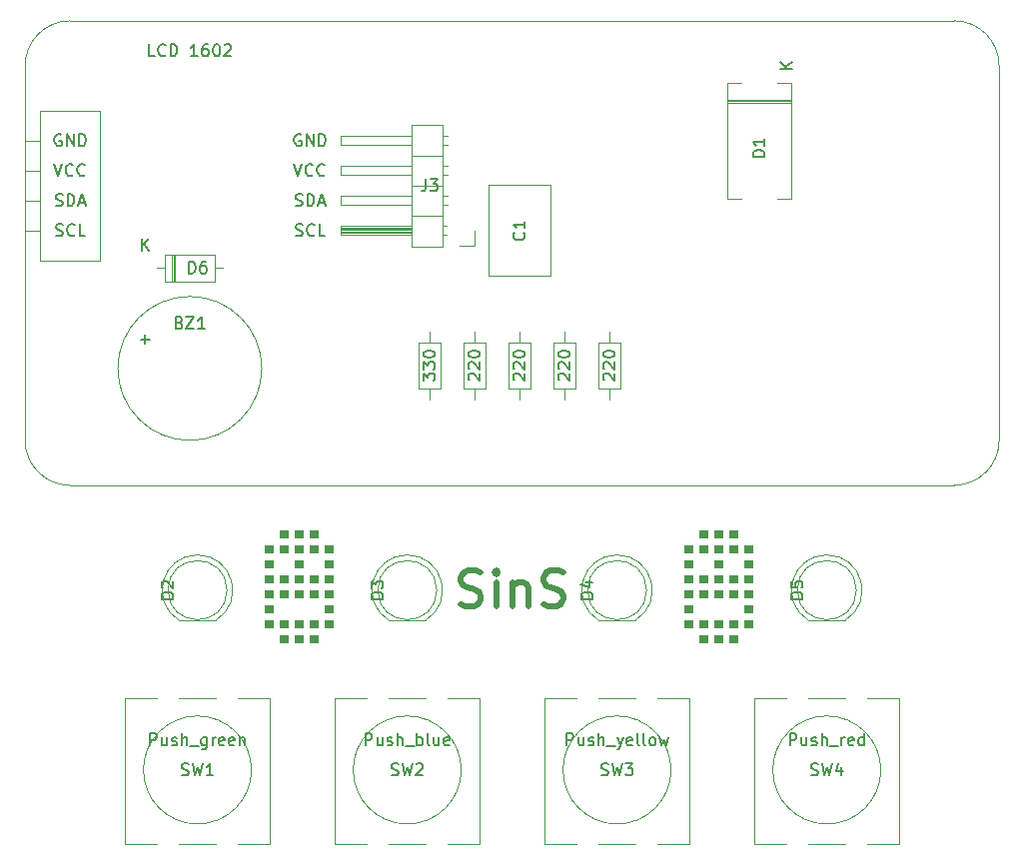
<source format=gbr>
G04 #@! TF.GenerationSoftware,KiCad,Pcbnew,5.1.4+dfsg1-1~bpo10+1*
G04 #@! TF.CreationDate,2020-06-27T23:46:46+02:00*
G04 #@! TF.ProjectId,SinS,53696e53-2e6b-4696-9361-645f70636258,rev?*
G04 #@! TF.SameCoordinates,Original*
G04 #@! TF.FileFunction,Legend,Top*
G04 #@! TF.FilePolarity,Positive*
%FSLAX46Y46*%
G04 Gerber Fmt 4.6, Leading zero omitted, Abs format (unit mm)*
G04 Created by KiCad (PCBNEW 5.1.4+dfsg1-1~bpo10+1) date 2020-06-27 23:46:46*
%MOMM*%
%LPD*%
G04 APERTURE LIST*
%ADD10C,0.150000*%
%ADD11C,0.500000*%
%ADD12C,0.100000*%
%ADD13C,0.120000*%
G04 APERTURE END LIST*
D10*
X76279523Y-85494761D02*
X76422380Y-85542380D01*
X76660476Y-85542380D01*
X76755714Y-85494761D01*
X76803333Y-85447142D01*
X76850952Y-85351904D01*
X76850952Y-85256666D01*
X76803333Y-85161428D01*
X76755714Y-85113809D01*
X76660476Y-85066190D01*
X76470000Y-85018571D01*
X76374761Y-84970952D01*
X76327142Y-84923333D01*
X76279523Y-84828095D01*
X76279523Y-84732857D01*
X76327142Y-84637619D01*
X76374761Y-84590000D01*
X76470000Y-84542380D01*
X76708095Y-84542380D01*
X76850952Y-84590000D01*
X77850952Y-85447142D02*
X77803333Y-85494761D01*
X77660476Y-85542380D01*
X77565238Y-85542380D01*
X77422380Y-85494761D01*
X77327142Y-85399523D01*
X77279523Y-85304285D01*
X77231904Y-85113809D01*
X77231904Y-84970952D01*
X77279523Y-84780476D01*
X77327142Y-84685238D01*
X77422380Y-84590000D01*
X77565238Y-84542380D01*
X77660476Y-84542380D01*
X77803333Y-84590000D01*
X77850952Y-84637619D01*
X78755714Y-85542380D02*
X78279523Y-85542380D01*
X78279523Y-84542380D01*
X76255714Y-82954761D02*
X76398571Y-83002380D01*
X76636666Y-83002380D01*
X76731904Y-82954761D01*
X76779523Y-82907142D01*
X76827142Y-82811904D01*
X76827142Y-82716666D01*
X76779523Y-82621428D01*
X76731904Y-82573809D01*
X76636666Y-82526190D01*
X76446190Y-82478571D01*
X76350952Y-82430952D01*
X76303333Y-82383333D01*
X76255714Y-82288095D01*
X76255714Y-82192857D01*
X76303333Y-82097619D01*
X76350952Y-82050000D01*
X76446190Y-82002380D01*
X76684285Y-82002380D01*
X76827142Y-82050000D01*
X77255714Y-83002380D02*
X77255714Y-82002380D01*
X77493809Y-82002380D01*
X77636666Y-82050000D01*
X77731904Y-82145238D01*
X77779523Y-82240476D01*
X77827142Y-82430952D01*
X77827142Y-82573809D01*
X77779523Y-82764285D01*
X77731904Y-82859523D01*
X77636666Y-82954761D01*
X77493809Y-83002380D01*
X77255714Y-83002380D01*
X78208095Y-82716666D02*
X78684285Y-82716666D01*
X78112857Y-83002380D02*
X78446190Y-82002380D01*
X78779523Y-83002380D01*
X76136666Y-79462380D02*
X76470000Y-80462380D01*
X76803333Y-79462380D01*
X77708095Y-80367142D02*
X77660476Y-80414761D01*
X77517619Y-80462380D01*
X77422380Y-80462380D01*
X77279523Y-80414761D01*
X77184285Y-80319523D01*
X77136666Y-80224285D01*
X77089047Y-80033809D01*
X77089047Y-79890952D01*
X77136666Y-79700476D01*
X77184285Y-79605238D01*
X77279523Y-79510000D01*
X77422380Y-79462380D01*
X77517619Y-79462380D01*
X77660476Y-79510000D01*
X77708095Y-79557619D01*
X78708095Y-80367142D02*
X78660476Y-80414761D01*
X78517619Y-80462380D01*
X78422380Y-80462380D01*
X78279523Y-80414761D01*
X78184285Y-80319523D01*
X78136666Y-80224285D01*
X78089047Y-80033809D01*
X78089047Y-79890952D01*
X78136666Y-79700476D01*
X78184285Y-79605238D01*
X78279523Y-79510000D01*
X78422380Y-79462380D01*
X78517619Y-79462380D01*
X78660476Y-79510000D01*
X78708095Y-79557619D01*
X76708095Y-76970000D02*
X76612857Y-76922380D01*
X76470000Y-76922380D01*
X76327142Y-76970000D01*
X76231904Y-77065238D01*
X76184285Y-77160476D01*
X76136666Y-77350952D01*
X76136666Y-77493809D01*
X76184285Y-77684285D01*
X76231904Y-77779523D01*
X76327142Y-77874761D01*
X76470000Y-77922380D01*
X76565238Y-77922380D01*
X76708095Y-77874761D01*
X76755714Y-77827142D01*
X76755714Y-77493809D01*
X76565238Y-77493809D01*
X77184285Y-77922380D02*
X77184285Y-76922380D01*
X77755714Y-77922380D01*
X77755714Y-76922380D01*
X78231904Y-77922380D02*
X78231904Y-76922380D01*
X78470000Y-76922380D01*
X78612857Y-76970000D01*
X78708095Y-77065238D01*
X78755714Y-77160476D01*
X78803333Y-77350952D01*
X78803333Y-77493809D01*
X78755714Y-77684285D01*
X78708095Y-77779523D01*
X78612857Y-77874761D01*
X78470000Y-77922380D01*
X78231904Y-77922380D01*
D11*
X90257857Y-116784285D02*
X90686428Y-116927142D01*
X91400714Y-116927142D01*
X91686428Y-116784285D01*
X91829285Y-116641428D01*
X91972142Y-116355714D01*
X91972142Y-116070000D01*
X91829285Y-115784285D01*
X91686428Y-115641428D01*
X91400714Y-115498571D01*
X90829285Y-115355714D01*
X90543571Y-115212857D01*
X90400714Y-115070000D01*
X90257857Y-114784285D01*
X90257857Y-114498571D01*
X90400714Y-114212857D01*
X90543571Y-114070000D01*
X90829285Y-113927142D01*
X91543571Y-113927142D01*
X91972142Y-114070000D01*
X93257857Y-116927142D02*
X93257857Y-114927142D01*
X93257857Y-113927142D02*
X93115000Y-114070000D01*
X93257857Y-114212857D01*
X93400714Y-114070000D01*
X93257857Y-113927142D01*
X93257857Y-114212857D01*
X94686428Y-114927142D02*
X94686428Y-116927142D01*
X94686428Y-115212857D02*
X94829285Y-115070000D01*
X95115000Y-114927142D01*
X95543571Y-114927142D01*
X95829285Y-115070000D01*
X95972142Y-115355714D01*
X95972142Y-116927142D01*
X97257857Y-116784285D02*
X97686428Y-116927142D01*
X98400714Y-116927142D01*
X98686428Y-116784285D01*
X98829285Y-116641428D01*
X98972142Y-116355714D01*
X98972142Y-116070000D01*
X98829285Y-115784285D01*
X98686428Y-115641428D01*
X98400714Y-115498571D01*
X97829285Y-115355714D01*
X97543571Y-115212857D01*
X97400714Y-115070000D01*
X97257857Y-114784285D01*
X97257857Y-114498571D01*
X97400714Y-114212857D01*
X97543571Y-114070000D01*
X97829285Y-113927142D01*
X98543571Y-113927142D01*
X98972142Y-114070000D01*
D12*
G36*
X111125000Y-112395000D02*
G01*
X110490000Y-112395000D01*
X110490000Y-111760000D01*
X111125000Y-111760000D01*
X111125000Y-112395000D01*
G37*
X111125000Y-112395000D02*
X110490000Y-112395000D01*
X110490000Y-111760000D01*
X111125000Y-111760000D01*
X111125000Y-112395000D01*
G36*
X113665000Y-120015000D02*
G01*
X113030000Y-120015000D01*
X113030000Y-119380000D01*
X113665000Y-119380000D01*
X113665000Y-120015000D01*
G37*
X113665000Y-120015000D02*
X113030000Y-120015000D01*
X113030000Y-119380000D01*
X113665000Y-119380000D01*
X113665000Y-120015000D01*
G36*
X111125000Y-116205000D02*
G01*
X110490000Y-116205000D01*
X110490000Y-115570000D01*
X111125000Y-115570000D01*
X111125000Y-116205000D01*
G37*
X111125000Y-116205000D02*
X110490000Y-116205000D01*
X110490000Y-115570000D01*
X111125000Y-115570000D01*
X111125000Y-116205000D01*
G36*
X109855000Y-112395000D02*
G01*
X109220000Y-112395000D01*
X109220000Y-111760000D01*
X109855000Y-111760000D01*
X109855000Y-112395000D01*
G37*
X109855000Y-112395000D02*
X109220000Y-112395000D01*
X109220000Y-111760000D01*
X109855000Y-111760000D01*
X109855000Y-112395000D01*
G36*
X114935000Y-116205000D02*
G01*
X114300000Y-116205000D01*
X114300000Y-115570000D01*
X114935000Y-115570000D01*
X114935000Y-116205000D01*
G37*
X114935000Y-116205000D02*
X114300000Y-116205000D01*
X114300000Y-115570000D01*
X114935000Y-115570000D01*
X114935000Y-116205000D01*
G36*
X109855000Y-117475000D02*
G01*
X109220000Y-117475000D01*
X109220000Y-116840000D01*
X109855000Y-116840000D01*
X109855000Y-117475000D01*
G37*
X109855000Y-117475000D02*
X109220000Y-117475000D01*
X109220000Y-116840000D01*
X109855000Y-116840000D01*
X109855000Y-117475000D01*
G36*
X113665000Y-111125000D02*
G01*
X113030000Y-111125000D01*
X113030000Y-110490000D01*
X113665000Y-110490000D01*
X113665000Y-111125000D01*
G37*
X113665000Y-111125000D02*
X113030000Y-111125000D01*
X113030000Y-110490000D01*
X113665000Y-110490000D01*
X113665000Y-111125000D01*
G36*
X109855000Y-118745000D02*
G01*
X109220000Y-118745000D01*
X109220000Y-118110000D01*
X109855000Y-118110000D01*
X109855000Y-118745000D01*
G37*
X109855000Y-118745000D02*
X109220000Y-118745000D01*
X109220000Y-118110000D01*
X109855000Y-118110000D01*
X109855000Y-118745000D01*
G36*
X113665000Y-116205000D02*
G01*
X113030000Y-116205000D01*
X113030000Y-115570000D01*
X113665000Y-115570000D01*
X113665000Y-116205000D01*
G37*
X113665000Y-116205000D02*
X113030000Y-116205000D01*
X113030000Y-115570000D01*
X113665000Y-115570000D01*
X113665000Y-116205000D01*
G36*
X113665000Y-112395000D02*
G01*
X113030000Y-112395000D01*
X113030000Y-111760000D01*
X113665000Y-111760000D01*
X113665000Y-112395000D01*
G37*
X113665000Y-112395000D02*
X113030000Y-112395000D01*
X113030000Y-111760000D01*
X113665000Y-111760000D01*
X113665000Y-112395000D01*
G36*
X112395000Y-113665000D02*
G01*
X111760000Y-113665000D01*
X111760000Y-113030000D01*
X112395000Y-113030000D01*
X112395000Y-113665000D01*
G37*
X112395000Y-113665000D02*
X111760000Y-113665000D01*
X111760000Y-113030000D01*
X112395000Y-113030000D01*
X112395000Y-113665000D01*
G36*
X111125000Y-111125000D02*
G01*
X110490000Y-111125000D01*
X110490000Y-110490000D01*
X111125000Y-110490000D01*
X111125000Y-111125000D01*
G37*
X111125000Y-111125000D02*
X110490000Y-111125000D01*
X110490000Y-110490000D01*
X111125000Y-110490000D01*
X111125000Y-111125000D01*
G36*
X111125000Y-114935000D02*
G01*
X110490000Y-114935000D01*
X110490000Y-114300000D01*
X111125000Y-114300000D01*
X111125000Y-114935000D01*
G37*
X111125000Y-114935000D02*
X110490000Y-114935000D01*
X110490000Y-114300000D01*
X111125000Y-114300000D01*
X111125000Y-114935000D01*
G36*
X112395000Y-120015000D02*
G01*
X111760000Y-120015000D01*
X111760000Y-119380000D01*
X112395000Y-119380000D01*
X112395000Y-120015000D01*
G37*
X112395000Y-120015000D02*
X111760000Y-120015000D01*
X111760000Y-119380000D01*
X112395000Y-119380000D01*
X112395000Y-120015000D01*
G36*
X114935000Y-117475000D02*
G01*
X114300000Y-117475000D01*
X114300000Y-116840000D01*
X114935000Y-116840000D01*
X114935000Y-117475000D01*
G37*
X114935000Y-117475000D02*
X114300000Y-117475000D01*
X114300000Y-116840000D01*
X114935000Y-116840000D01*
X114935000Y-117475000D01*
G36*
X111125000Y-118745000D02*
G01*
X110490000Y-118745000D01*
X110490000Y-118110000D01*
X111125000Y-118110000D01*
X111125000Y-118745000D01*
G37*
X111125000Y-118745000D02*
X110490000Y-118745000D01*
X110490000Y-118110000D01*
X111125000Y-118110000D01*
X111125000Y-118745000D01*
G36*
X112395000Y-111125000D02*
G01*
X111760000Y-111125000D01*
X111760000Y-110490000D01*
X112395000Y-110490000D01*
X112395000Y-111125000D01*
G37*
X112395000Y-111125000D02*
X111760000Y-111125000D01*
X111760000Y-110490000D01*
X112395000Y-110490000D01*
X112395000Y-111125000D01*
G36*
X114935000Y-113665000D02*
G01*
X114300000Y-113665000D01*
X114300000Y-113030000D01*
X114935000Y-113030000D01*
X114935000Y-113665000D01*
G37*
X114935000Y-113665000D02*
X114300000Y-113665000D01*
X114300000Y-113030000D01*
X114935000Y-113030000D01*
X114935000Y-113665000D01*
G36*
X112395000Y-116205000D02*
G01*
X111760000Y-116205000D01*
X111760000Y-115570000D01*
X112395000Y-115570000D01*
X112395000Y-116205000D01*
G37*
X112395000Y-116205000D02*
X111760000Y-116205000D01*
X111760000Y-115570000D01*
X112395000Y-115570000D01*
X112395000Y-116205000D01*
G36*
X113665000Y-118745000D02*
G01*
X113030000Y-118745000D01*
X113030000Y-118110000D01*
X113665000Y-118110000D01*
X113665000Y-118745000D01*
G37*
X113665000Y-118745000D02*
X113030000Y-118745000D01*
X113030000Y-118110000D01*
X113665000Y-118110000D01*
X113665000Y-118745000D01*
G36*
X109855000Y-114935000D02*
G01*
X109220000Y-114935000D01*
X109220000Y-114300000D01*
X109855000Y-114300000D01*
X109855000Y-114935000D01*
G37*
X109855000Y-114935000D02*
X109220000Y-114935000D01*
X109220000Y-114300000D01*
X109855000Y-114300000D01*
X109855000Y-114935000D01*
G36*
X109855000Y-113665000D02*
G01*
X109220000Y-113665000D01*
X109220000Y-113030000D01*
X109855000Y-113030000D01*
X109855000Y-113665000D01*
G37*
X109855000Y-113665000D02*
X109220000Y-113665000D01*
X109220000Y-113030000D01*
X109855000Y-113030000D01*
X109855000Y-113665000D01*
G36*
X114935000Y-112395000D02*
G01*
X114300000Y-112395000D01*
X114300000Y-111760000D01*
X114935000Y-111760000D01*
X114935000Y-112395000D01*
G37*
X114935000Y-112395000D02*
X114300000Y-112395000D01*
X114300000Y-111760000D01*
X114935000Y-111760000D01*
X114935000Y-112395000D01*
G36*
X109855000Y-116205000D02*
G01*
X109220000Y-116205000D01*
X109220000Y-115570000D01*
X109855000Y-115570000D01*
X109855000Y-116205000D01*
G37*
X109855000Y-116205000D02*
X109220000Y-116205000D01*
X109220000Y-115570000D01*
X109855000Y-115570000D01*
X109855000Y-116205000D01*
G36*
X113665000Y-114935000D02*
G01*
X113030000Y-114935000D01*
X113030000Y-114300000D01*
X113665000Y-114300000D01*
X113665000Y-114935000D01*
G37*
X113665000Y-114935000D02*
X113030000Y-114935000D01*
X113030000Y-114300000D01*
X113665000Y-114300000D01*
X113665000Y-114935000D01*
G36*
X112395000Y-118745000D02*
G01*
X111760000Y-118745000D01*
X111760000Y-118110000D01*
X112395000Y-118110000D01*
X112395000Y-118745000D01*
G37*
X112395000Y-118745000D02*
X111760000Y-118745000D01*
X111760000Y-118110000D01*
X112395000Y-118110000D01*
X112395000Y-118745000D01*
G36*
X114935000Y-114935000D02*
G01*
X114300000Y-114935000D01*
X114300000Y-114300000D01*
X114935000Y-114300000D01*
X114935000Y-114935000D01*
G37*
X114935000Y-114935000D02*
X114300000Y-114935000D01*
X114300000Y-114300000D01*
X114935000Y-114300000D01*
X114935000Y-114935000D01*
G36*
X114935000Y-118745000D02*
G01*
X114300000Y-118745000D01*
X114300000Y-118110000D01*
X114935000Y-118110000D01*
X114935000Y-118745000D01*
G37*
X114935000Y-118745000D02*
X114300000Y-118745000D01*
X114300000Y-118110000D01*
X114935000Y-118110000D01*
X114935000Y-118745000D01*
G36*
X112395000Y-114935000D02*
G01*
X111760000Y-114935000D01*
X111760000Y-114300000D01*
X112395000Y-114300000D01*
X112395000Y-114935000D01*
G37*
X112395000Y-114935000D02*
X111760000Y-114935000D01*
X111760000Y-114300000D01*
X112395000Y-114300000D01*
X112395000Y-114935000D01*
G36*
X111125000Y-120015000D02*
G01*
X110490000Y-120015000D01*
X110490000Y-119380000D01*
X111125000Y-119380000D01*
X111125000Y-120015000D01*
G37*
X111125000Y-120015000D02*
X110490000Y-120015000D01*
X110490000Y-119380000D01*
X111125000Y-119380000D01*
X111125000Y-120015000D01*
G36*
X112395000Y-112395000D02*
G01*
X111760000Y-112395000D01*
X111760000Y-111760000D01*
X112395000Y-111760000D01*
X112395000Y-112395000D01*
G37*
X112395000Y-112395000D02*
X111760000Y-112395000D01*
X111760000Y-111760000D01*
X112395000Y-111760000D01*
X112395000Y-112395000D01*
G36*
X78105000Y-111125000D02*
G01*
X77470000Y-111125000D01*
X77470000Y-110490000D01*
X78105000Y-110490000D01*
X78105000Y-111125000D01*
G37*
X78105000Y-111125000D02*
X77470000Y-111125000D01*
X77470000Y-110490000D01*
X78105000Y-110490000D01*
X78105000Y-111125000D01*
G36*
X76835000Y-111125000D02*
G01*
X76200000Y-111125000D01*
X76200000Y-110490000D01*
X76835000Y-110490000D01*
X76835000Y-111125000D01*
G37*
X76835000Y-111125000D02*
X76200000Y-111125000D01*
X76200000Y-110490000D01*
X76835000Y-110490000D01*
X76835000Y-111125000D01*
G36*
X75565000Y-111125000D02*
G01*
X74930000Y-111125000D01*
X74930000Y-110490000D01*
X75565000Y-110490000D01*
X75565000Y-111125000D01*
G37*
X75565000Y-111125000D02*
X74930000Y-111125000D01*
X74930000Y-110490000D01*
X75565000Y-110490000D01*
X75565000Y-111125000D01*
G36*
X78105000Y-112395000D02*
G01*
X77470000Y-112395000D01*
X77470000Y-111760000D01*
X78105000Y-111760000D01*
X78105000Y-112395000D01*
G37*
X78105000Y-112395000D02*
X77470000Y-112395000D01*
X77470000Y-111760000D01*
X78105000Y-111760000D01*
X78105000Y-112395000D01*
G36*
X76835000Y-112395000D02*
G01*
X76200000Y-112395000D01*
X76200000Y-111760000D01*
X76835000Y-111760000D01*
X76835000Y-112395000D01*
G37*
X76835000Y-112395000D02*
X76200000Y-112395000D01*
X76200000Y-111760000D01*
X76835000Y-111760000D01*
X76835000Y-112395000D01*
G36*
X75565000Y-112395000D02*
G01*
X74930000Y-112395000D01*
X74930000Y-111760000D01*
X75565000Y-111760000D01*
X75565000Y-112395000D01*
G37*
X75565000Y-112395000D02*
X74930000Y-112395000D01*
X74930000Y-111760000D01*
X75565000Y-111760000D01*
X75565000Y-112395000D01*
G36*
X79375000Y-112395000D02*
G01*
X78740000Y-112395000D01*
X78740000Y-111760000D01*
X79375000Y-111760000D01*
X79375000Y-112395000D01*
G37*
X79375000Y-112395000D02*
X78740000Y-112395000D01*
X78740000Y-111760000D01*
X79375000Y-111760000D01*
X79375000Y-112395000D01*
G36*
X74295000Y-112395000D02*
G01*
X73660000Y-112395000D01*
X73660000Y-111760000D01*
X74295000Y-111760000D01*
X74295000Y-112395000D01*
G37*
X74295000Y-112395000D02*
X73660000Y-112395000D01*
X73660000Y-111760000D01*
X74295000Y-111760000D01*
X74295000Y-112395000D01*
G36*
X78105000Y-120015000D02*
G01*
X77470000Y-120015000D01*
X77470000Y-119380000D01*
X78105000Y-119380000D01*
X78105000Y-120015000D01*
G37*
X78105000Y-120015000D02*
X77470000Y-120015000D01*
X77470000Y-119380000D01*
X78105000Y-119380000D01*
X78105000Y-120015000D01*
G36*
X76835000Y-120015000D02*
G01*
X76200000Y-120015000D01*
X76200000Y-119380000D01*
X76835000Y-119380000D01*
X76835000Y-120015000D01*
G37*
X76835000Y-120015000D02*
X76200000Y-120015000D01*
X76200000Y-119380000D01*
X76835000Y-119380000D01*
X76835000Y-120015000D01*
G36*
X75565000Y-120015000D02*
G01*
X74930000Y-120015000D01*
X74930000Y-119380000D01*
X75565000Y-119380000D01*
X75565000Y-120015000D01*
G37*
X75565000Y-120015000D02*
X74930000Y-120015000D01*
X74930000Y-119380000D01*
X75565000Y-119380000D01*
X75565000Y-120015000D01*
G36*
X78105000Y-118745000D02*
G01*
X77470000Y-118745000D01*
X77470000Y-118110000D01*
X78105000Y-118110000D01*
X78105000Y-118745000D01*
G37*
X78105000Y-118745000D02*
X77470000Y-118745000D01*
X77470000Y-118110000D01*
X78105000Y-118110000D01*
X78105000Y-118745000D01*
G36*
X76835000Y-118745000D02*
G01*
X76200000Y-118745000D01*
X76200000Y-118110000D01*
X76835000Y-118110000D01*
X76835000Y-118745000D01*
G37*
X76835000Y-118745000D02*
X76200000Y-118745000D01*
X76200000Y-118110000D01*
X76835000Y-118110000D01*
X76835000Y-118745000D01*
G36*
X75565000Y-118745000D02*
G01*
X74930000Y-118745000D01*
X74930000Y-118110000D01*
X75565000Y-118110000D01*
X75565000Y-118745000D01*
G37*
X75565000Y-118745000D02*
X74930000Y-118745000D01*
X74930000Y-118110000D01*
X75565000Y-118110000D01*
X75565000Y-118745000D01*
G36*
X79375000Y-118745000D02*
G01*
X78740000Y-118745000D01*
X78740000Y-118110000D01*
X79375000Y-118110000D01*
X79375000Y-118745000D01*
G37*
X79375000Y-118745000D02*
X78740000Y-118745000D01*
X78740000Y-118110000D01*
X79375000Y-118110000D01*
X79375000Y-118745000D01*
G36*
X74295000Y-118745000D02*
G01*
X73660000Y-118745000D01*
X73660000Y-118110000D01*
X74295000Y-118110000D01*
X74295000Y-118745000D01*
G37*
X74295000Y-118745000D02*
X73660000Y-118745000D01*
X73660000Y-118110000D01*
X74295000Y-118110000D01*
X74295000Y-118745000D01*
G36*
X79375000Y-117475000D02*
G01*
X78740000Y-117475000D01*
X78740000Y-116840000D01*
X79375000Y-116840000D01*
X79375000Y-117475000D01*
G37*
X79375000Y-117475000D02*
X78740000Y-117475000D01*
X78740000Y-116840000D01*
X79375000Y-116840000D01*
X79375000Y-117475000D01*
G36*
X74295000Y-117475000D02*
G01*
X73660000Y-117475000D01*
X73660000Y-116840000D01*
X74295000Y-116840000D01*
X74295000Y-117475000D01*
G37*
X74295000Y-117475000D02*
X73660000Y-117475000D01*
X73660000Y-116840000D01*
X74295000Y-116840000D01*
X74295000Y-117475000D01*
G36*
X78105000Y-116205000D02*
G01*
X77470000Y-116205000D01*
X77470000Y-115570000D01*
X78105000Y-115570000D01*
X78105000Y-116205000D01*
G37*
X78105000Y-116205000D02*
X77470000Y-116205000D01*
X77470000Y-115570000D01*
X78105000Y-115570000D01*
X78105000Y-116205000D01*
G36*
X76835000Y-116205000D02*
G01*
X76200000Y-116205000D01*
X76200000Y-115570000D01*
X76835000Y-115570000D01*
X76835000Y-116205000D01*
G37*
X76835000Y-116205000D02*
X76200000Y-116205000D01*
X76200000Y-115570000D01*
X76835000Y-115570000D01*
X76835000Y-116205000D01*
G36*
X75565000Y-116205000D02*
G01*
X74930000Y-116205000D01*
X74930000Y-115570000D01*
X75565000Y-115570000D01*
X75565000Y-116205000D01*
G37*
X75565000Y-116205000D02*
X74930000Y-116205000D01*
X74930000Y-115570000D01*
X75565000Y-115570000D01*
X75565000Y-116205000D01*
G36*
X79375000Y-116205000D02*
G01*
X78740000Y-116205000D01*
X78740000Y-115570000D01*
X79375000Y-115570000D01*
X79375000Y-116205000D01*
G37*
X79375000Y-116205000D02*
X78740000Y-116205000D01*
X78740000Y-115570000D01*
X79375000Y-115570000D01*
X79375000Y-116205000D01*
G36*
X74295000Y-116205000D02*
G01*
X73660000Y-116205000D01*
X73660000Y-115570000D01*
X74295000Y-115570000D01*
X74295000Y-116205000D01*
G37*
X74295000Y-116205000D02*
X73660000Y-116205000D01*
X73660000Y-115570000D01*
X74295000Y-115570000D01*
X74295000Y-116205000D01*
G36*
X78105000Y-114935000D02*
G01*
X77470000Y-114935000D01*
X77470000Y-114300000D01*
X78105000Y-114300000D01*
X78105000Y-114935000D01*
G37*
X78105000Y-114935000D02*
X77470000Y-114935000D01*
X77470000Y-114300000D01*
X78105000Y-114300000D01*
X78105000Y-114935000D01*
G36*
X76835000Y-114935000D02*
G01*
X76200000Y-114935000D01*
X76200000Y-114300000D01*
X76835000Y-114300000D01*
X76835000Y-114935000D01*
G37*
X76835000Y-114935000D02*
X76200000Y-114935000D01*
X76200000Y-114300000D01*
X76835000Y-114300000D01*
X76835000Y-114935000D01*
G36*
X75565000Y-114935000D02*
G01*
X74930000Y-114935000D01*
X74930000Y-114300000D01*
X75565000Y-114300000D01*
X75565000Y-114935000D01*
G37*
X75565000Y-114935000D02*
X74930000Y-114935000D01*
X74930000Y-114300000D01*
X75565000Y-114300000D01*
X75565000Y-114935000D01*
G36*
X79375000Y-114935000D02*
G01*
X78740000Y-114935000D01*
X78740000Y-114300000D01*
X79375000Y-114300000D01*
X79375000Y-114935000D01*
G37*
X79375000Y-114935000D02*
X78740000Y-114935000D01*
X78740000Y-114300000D01*
X79375000Y-114300000D01*
X79375000Y-114935000D01*
G36*
X74295000Y-114935000D02*
G01*
X73660000Y-114935000D01*
X73660000Y-114300000D01*
X74295000Y-114300000D01*
X74295000Y-114935000D01*
G37*
X74295000Y-114935000D02*
X73660000Y-114935000D01*
X73660000Y-114300000D01*
X74295000Y-114300000D01*
X74295000Y-114935000D01*
G36*
X74295000Y-113665000D02*
G01*
X73660000Y-113665000D01*
X73660000Y-113030000D01*
X74295000Y-113030000D01*
X74295000Y-113665000D01*
G37*
X74295000Y-113665000D02*
X73660000Y-113665000D01*
X73660000Y-113030000D01*
X74295000Y-113030000D01*
X74295000Y-113665000D01*
G36*
X79375000Y-113665000D02*
G01*
X78740000Y-113665000D01*
X78740000Y-113030000D01*
X79375000Y-113030000D01*
X79375000Y-113665000D01*
G37*
X79375000Y-113665000D02*
X78740000Y-113665000D01*
X78740000Y-113030000D01*
X79375000Y-113030000D01*
X79375000Y-113665000D01*
G36*
X76835000Y-113665000D02*
G01*
X76200000Y-113665000D01*
X76200000Y-113030000D01*
X76835000Y-113030000D01*
X76835000Y-113665000D01*
G37*
X76835000Y-113665000D02*
X76200000Y-113665000D01*
X76200000Y-113030000D01*
X76835000Y-113030000D01*
X76835000Y-113665000D01*
D13*
X54610000Y-82550000D02*
X53340000Y-82550000D01*
X54610000Y-80010000D02*
X53340000Y-80010000D01*
X54610000Y-77470000D02*
X53340000Y-77470000D01*
X54610000Y-87630000D02*
X54610000Y-74930000D01*
X59690000Y-87630000D02*
X54610000Y-87630000D01*
X59690000Y-74930000D02*
X59690000Y-87630000D01*
X54610000Y-74930000D02*
X59690000Y-74930000D01*
D10*
X64333809Y-70302380D02*
X63857619Y-70302380D01*
X63857619Y-69302380D01*
X65238571Y-70207142D02*
X65190952Y-70254761D01*
X65048095Y-70302380D01*
X64952857Y-70302380D01*
X64810000Y-70254761D01*
X64714761Y-70159523D01*
X64667142Y-70064285D01*
X64619523Y-69873809D01*
X64619523Y-69730952D01*
X64667142Y-69540476D01*
X64714761Y-69445238D01*
X64810000Y-69350000D01*
X64952857Y-69302380D01*
X65048095Y-69302380D01*
X65190952Y-69350000D01*
X65238571Y-69397619D01*
X65667142Y-70302380D02*
X65667142Y-69302380D01*
X65905238Y-69302380D01*
X66048095Y-69350000D01*
X66143333Y-69445238D01*
X66190952Y-69540476D01*
X66238571Y-69730952D01*
X66238571Y-69873809D01*
X66190952Y-70064285D01*
X66143333Y-70159523D01*
X66048095Y-70254761D01*
X65905238Y-70302380D01*
X65667142Y-70302380D01*
X67952857Y-70302380D02*
X67381428Y-70302380D01*
X67667142Y-70302380D02*
X67667142Y-69302380D01*
X67571904Y-69445238D01*
X67476666Y-69540476D01*
X67381428Y-69588095D01*
X68810000Y-69302380D02*
X68619523Y-69302380D01*
X68524285Y-69350000D01*
X68476666Y-69397619D01*
X68381428Y-69540476D01*
X68333809Y-69730952D01*
X68333809Y-70111904D01*
X68381428Y-70207142D01*
X68429047Y-70254761D01*
X68524285Y-70302380D01*
X68714761Y-70302380D01*
X68810000Y-70254761D01*
X68857619Y-70207142D01*
X68905238Y-70111904D01*
X68905238Y-69873809D01*
X68857619Y-69778571D01*
X68810000Y-69730952D01*
X68714761Y-69683333D01*
X68524285Y-69683333D01*
X68429047Y-69730952D01*
X68381428Y-69778571D01*
X68333809Y-69873809D01*
X69524285Y-69302380D02*
X69619523Y-69302380D01*
X69714761Y-69350000D01*
X69762380Y-69397619D01*
X69810000Y-69492857D01*
X69857619Y-69683333D01*
X69857619Y-69921428D01*
X69810000Y-70111904D01*
X69762380Y-70207142D01*
X69714761Y-70254761D01*
X69619523Y-70302380D01*
X69524285Y-70302380D01*
X69429047Y-70254761D01*
X69381428Y-70207142D01*
X69333809Y-70111904D01*
X69286190Y-69921428D01*
X69286190Y-69683333D01*
X69333809Y-69492857D01*
X69381428Y-69397619D01*
X69429047Y-69350000D01*
X69524285Y-69302380D01*
X70238571Y-69397619D02*
X70286190Y-69350000D01*
X70381428Y-69302380D01*
X70619523Y-69302380D01*
X70714761Y-69350000D01*
X70762380Y-69397619D01*
X70810000Y-69492857D01*
X70810000Y-69588095D01*
X70762380Y-69730952D01*
X70190952Y-70302380D01*
X70810000Y-70302380D01*
D13*
X53340000Y-71120000D02*
G75*
G02X57150000Y-67310000I3810000J0D01*
G01*
X57150000Y-106680000D02*
G75*
G02X53340000Y-102870000I0J3810000D01*
G01*
X135890000Y-102870000D02*
G75*
G02X132080000Y-106680000I-3810000J0D01*
G01*
X132080000Y-67310000D02*
G75*
G02X135890000Y-71120000I0J-3810000D01*
G01*
X53340000Y-102870000D02*
X53340000Y-71120000D01*
X132080000Y-106680000D02*
X57150000Y-106680000D01*
X135890000Y-71120000D02*
X135890000Y-102870000D01*
X57150000Y-67310000D02*
X132080000Y-67310000D01*
D10*
X55959523Y-85494761D02*
X56102380Y-85542380D01*
X56340476Y-85542380D01*
X56435714Y-85494761D01*
X56483333Y-85447142D01*
X56530952Y-85351904D01*
X56530952Y-85256666D01*
X56483333Y-85161428D01*
X56435714Y-85113809D01*
X56340476Y-85066190D01*
X56150000Y-85018571D01*
X56054761Y-84970952D01*
X56007142Y-84923333D01*
X55959523Y-84828095D01*
X55959523Y-84732857D01*
X56007142Y-84637619D01*
X56054761Y-84590000D01*
X56150000Y-84542380D01*
X56388095Y-84542380D01*
X56530952Y-84590000D01*
X57530952Y-85447142D02*
X57483333Y-85494761D01*
X57340476Y-85542380D01*
X57245238Y-85542380D01*
X57102380Y-85494761D01*
X57007142Y-85399523D01*
X56959523Y-85304285D01*
X56911904Y-85113809D01*
X56911904Y-84970952D01*
X56959523Y-84780476D01*
X57007142Y-84685238D01*
X57102380Y-84590000D01*
X57245238Y-84542380D01*
X57340476Y-84542380D01*
X57483333Y-84590000D01*
X57530952Y-84637619D01*
X58435714Y-85542380D02*
X57959523Y-85542380D01*
X57959523Y-84542380D01*
X55935714Y-82954761D02*
X56078571Y-83002380D01*
X56316666Y-83002380D01*
X56411904Y-82954761D01*
X56459523Y-82907142D01*
X56507142Y-82811904D01*
X56507142Y-82716666D01*
X56459523Y-82621428D01*
X56411904Y-82573809D01*
X56316666Y-82526190D01*
X56126190Y-82478571D01*
X56030952Y-82430952D01*
X55983333Y-82383333D01*
X55935714Y-82288095D01*
X55935714Y-82192857D01*
X55983333Y-82097619D01*
X56030952Y-82050000D01*
X56126190Y-82002380D01*
X56364285Y-82002380D01*
X56507142Y-82050000D01*
X56935714Y-83002380D02*
X56935714Y-82002380D01*
X57173809Y-82002380D01*
X57316666Y-82050000D01*
X57411904Y-82145238D01*
X57459523Y-82240476D01*
X57507142Y-82430952D01*
X57507142Y-82573809D01*
X57459523Y-82764285D01*
X57411904Y-82859523D01*
X57316666Y-82954761D01*
X57173809Y-83002380D01*
X56935714Y-83002380D01*
X57888095Y-82716666D02*
X58364285Y-82716666D01*
X57792857Y-83002380D02*
X58126190Y-82002380D01*
X58459523Y-83002380D01*
X55816666Y-79462380D02*
X56150000Y-80462380D01*
X56483333Y-79462380D01*
X57388095Y-80367142D02*
X57340476Y-80414761D01*
X57197619Y-80462380D01*
X57102380Y-80462380D01*
X56959523Y-80414761D01*
X56864285Y-80319523D01*
X56816666Y-80224285D01*
X56769047Y-80033809D01*
X56769047Y-79890952D01*
X56816666Y-79700476D01*
X56864285Y-79605238D01*
X56959523Y-79510000D01*
X57102380Y-79462380D01*
X57197619Y-79462380D01*
X57340476Y-79510000D01*
X57388095Y-79557619D01*
X58388095Y-80367142D02*
X58340476Y-80414761D01*
X58197619Y-80462380D01*
X58102380Y-80462380D01*
X57959523Y-80414761D01*
X57864285Y-80319523D01*
X57816666Y-80224285D01*
X57769047Y-80033809D01*
X57769047Y-79890952D01*
X57816666Y-79700476D01*
X57864285Y-79605238D01*
X57959523Y-79510000D01*
X58102380Y-79462380D01*
X58197619Y-79462380D01*
X58340476Y-79510000D01*
X58388095Y-79557619D01*
X56388095Y-76970000D02*
X56292857Y-76922380D01*
X56150000Y-76922380D01*
X56007142Y-76970000D01*
X55911904Y-77065238D01*
X55864285Y-77160476D01*
X55816666Y-77350952D01*
X55816666Y-77493809D01*
X55864285Y-77684285D01*
X55911904Y-77779523D01*
X56007142Y-77874761D01*
X56150000Y-77922380D01*
X56245238Y-77922380D01*
X56388095Y-77874761D01*
X56435714Y-77827142D01*
X56435714Y-77493809D01*
X56245238Y-77493809D01*
X56864285Y-77922380D02*
X56864285Y-76922380D01*
X57435714Y-77922380D01*
X57435714Y-76922380D01*
X57911904Y-77922380D02*
X57911904Y-76922380D01*
X58150000Y-76922380D01*
X58292857Y-76970000D01*
X58388095Y-77065238D01*
X58435714Y-77160476D01*
X58483333Y-77350952D01*
X58483333Y-77493809D01*
X58435714Y-77684285D01*
X58388095Y-77779523D01*
X58292857Y-77874761D01*
X58150000Y-77922380D01*
X57911904Y-77922380D01*
D13*
X54610000Y-85090000D02*
X53340000Y-85090000D01*
X65190000Y-87145000D02*
X65190000Y-89385000D01*
X65190000Y-89385000D02*
X69430000Y-89385000D01*
X69430000Y-89385000D02*
X69430000Y-87145000D01*
X69430000Y-87145000D02*
X65190000Y-87145000D01*
X64540000Y-88265000D02*
X65190000Y-88265000D01*
X70080000Y-88265000D02*
X69430000Y-88265000D01*
X65910000Y-87145000D02*
X65910000Y-89385000D01*
X66030000Y-87145000D02*
X66030000Y-89385000D01*
X65790000Y-87145000D02*
X65790000Y-89385000D01*
X73400000Y-96774000D02*
G75*
G03X73400000Y-96774000I-6100000J0D01*
G01*
X117110000Y-72585000D02*
X118295000Y-72585000D01*
X118295000Y-72585000D02*
X118295000Y-82355000D01*
X118295000Y-82355000D02*
X117110000Y-82355000D01*
X114030000Y-72585000D02*
X112845000Y-72585000D01*
X112845000Y-72585000D02*
X112845000Y-82355000D01*
X112845000Y-82355000D02*
X114030000Y-82355000D01*
X118295000Y-74134500D02*
X112845000Y-74134500D01*
X118295000Y-74254500D02*
X112845000Y-74254500D01*
X118295000Y-74014500D02*
X112845000Y-74014500D01*
X67945462Y-112580000D02*
G75*
G03X66400170Y-118130000I-462J-2990000D01*
G01*
X67944538Y-112580000D02*
G75*
G02X69489830Y-118130000I462J-2990000D01*
G01*
X70445000Y-115570000D02*
G75*
G03X70445000Y-115570000I-2500000J0D01*
G01*
X66400000Y-118130000D02*
X69490000Y-118130000D01*
X84180000Y-118130000D02*
X87270000Y-118130000D01*
X88225000Y-115570000D02*
G75*
G03X88225000Y-115570000I-2500000J0D01*
G01*
X85724538Y-112580000D02*
G75*
G02X87269830Y-118130000I462J-2990000D01*
G01*
X85725462Y-112580000D02*
G75*
G03X84180170Y-118130000I-462J-2990000D01*
G01*
X103505462Y-112580000D02*
G75*
G03X101960170Y-118130000I-462J-2990000D01*
G01*
X103504538Y-112580000D02*
G75*
G02X105049830Y-118130000I462J-2990000D01*
G01*
X106005000Y-115570000D02*
G75*
G03X106005000Y-115570000I-2500000J0D01*
G01*
X101960000Y-118130000D02*
X105050000Y-118130000D01*
X119740000Y-118130000D02*
X122830000Y-118130000D01*
X123785000Y-115570000D02*
G75*
G03X123785000Y-115570000I-2500000J0D01*
G01*
X121284538Y-112580000D02*
G75*
G02X122829830Y-118130000I462J-2990000D01*
G01*
X121285462Y-112580000D02*
G75*
G03X119740170Y-118130000I-462J-2990000D01*
G01*
X88730000Y-86420000D02*
X88730000Y-76140000D01*
X88730000Y-76140000D02*
X86070000Y-76140000D01*
X86070000Y-76140000D02*
X86070000Y-86420000D01*
X86070000Y-86420000D02*
X88730000Y-86420000D01*
X86070000Y-85470000D02*
X80070000Y-85470000D01*
X80070000Y-85470000D02*
X80070000Y-84710000D01*
X80070000Y-84710000D02*
X86070000Y-84710000D01*
X86070000Y-85410000D02*
X80070000Y-85410000D01*
X86070000Y-85290000D02*
X80070000Y-85290000D01*
X86070000Y-85170000D02*
X80070000Y-85170000D01*
X86070000Y-85050000D02*
X80070000Y-85050000D01*
X86070000Y-84930000D02*
X80070000Y-84930000D01*
X86070000Y-84810000D02*
X80070000Y-84810000D01*
X89060000Y-85470000D02*
X88730000Y-85470000D01*
X89060000Y-84710000D02*
X88730000Y-84710000D01*
X88730000Y-83820000D02*
X86070000Y-83820000D01*
X86070000Y-82930000D02*
X80070000Y-82930000D01*
X80070000Y-82930000D02*
X80070000Y-82170000D01*
X80070000Y-82170000D02*
X86070000Y-82170000D01*
X89127071Y-82930000D02*
X88730000Y-82930000D01*
X89127071Y-82170000D02*
X88730000Y-82170000D01*
X88730000Y-81280000D02*
X86070000Y-81280000D01*
X86070000Y-80390000D02*
X80070000Y-80390000D01*
X80070000Y-80390000D02*
X80070000Y-79630000D01*
X80070000Y-79630000D02*
X86070000Y-79630000D01*
X89127071Y-80390000D02*
X88730000Y-80390000D01*
X89127071Y-79630000D02*
X88730000Y-79630000D01*
X88730000Y-78740000D02*
X86070000Y-78740000D01*
X86070000Y-77850000D02*
X80070000Y-77850000D01*
X80070000Y-77850000D02*
X80070000Y-77090000D01*
X80070000Y-77090000D02*
X86070000Y-77090000D01*
X89127071Y-77850000D02*
X88730000Y-77850000D01*
X89127071Y-77090000D02*
X88730000Y-77090000D01*
X91440000Y-85090000D02*
X91440000Y-86360000D01*
X91440000Y-86360000D02*
X90170000Y-86360000D01*
X88550000Y-94600000D02*
X86710000Y-94600000D01*
X86710000Y-94600000D02*
X86710000Y-98440000D01*
X86710000Y-98440000D02*
X88550000Y-98440000D01*
X88550000Y-98440000D02*
X88550000Y-94600000D01*
X87630000Y-93650000D02*
X87630000Y-94600000D01*
X87630000Y-99390000D02*
X87630000Y-98440000D01*
X91440000Y-93650000D02*
X91440000Y-94600000D01*
X91440000Y-99390000D02*
X91440000Y-98440000D01*
X90520000Y-94600000D02*
X90520000Y-98440000D01*
X92360000Y-94600000D02*
X90520000Y-94600000D01*
X92360000Y-98440000D02*
X92360000Y-94600000D01*
X90520000Y-98440000D02*
X92360000Y-98440000D01*
X94330000Y-98440000D02*
X96170000Y-98440000D01*
X96170000Y-98440000D02*
X96170000Y-94600000D01*
X96170000Y-94600000D02*
X94330000Y-94600000D01*
X94330000Y-94600000D02*
X94330000Y-98440000D01*
X95250000Y-99390000D02*
X95250000Y-98440000D01*
X95250000Y-93650000D02*
X95250000Y-94600000D01*
X98140000Y-98440000D02*
X99980000Y-98440000D01*
X99980000Y-98440000D02*
X99980000Y-94600000D01*
X99980000Y-94600000D02*
X98140000Y-94600000D01*
X98140000Y-94600000D02*
X98140000Y-98440000D01*
X99060000Y-99390000D02*
X99060000Y-98440000D01*
X99060000Y-93650000D02*
X99060000Y-94600000D01*
X102870000Y-93650000D02*
X102870000Y-94600000D01*
X102870000Y-99390000D02*
X102870000Y-98440000D01*
X101950000Y-94600000D02*
X101950000Y-98440000D01*
X103790000Y-94600000D02*
X101950000Y-94600000D01*
X103790000Y-98440000D02*
X103790000Y-94600000D01*
X101950000Y-98440000D02*
X103790000Y-98440000D01*
X61755000Y-137060000D02*
X61755000Y-124760000D01*
X66335000Y-124760000D02*
X69475000Y-124760000D01*
X74055000Y-124760000D02*
X74055000Y-137060000D01*
X64475000Y-137060000D02*
X61755000Y-137060000D01*
X72524050Y-130810000D02*
G75*
G03X72524050Y-130810000I-4579050J0D01*
G01*
X74055000Y-137060000D02*
X71335000Y-137060000D01*
X69475000Y-137060000D02*
X66335000Y-137060000D01*
X71335000Y-124760000D02*
X74055000Y-124760000D01*
X61755000Y-124760000D02*
X64475000Y-124760000D01*
X79535000Y-124760000D02*
X82255000Y-124760000D01*
X89115000Y-124760000D02*
X91835000Y-124760000D01*
X87255000Y-137060000D02*
X84115000Y-137060000D01*
X91835000Y-137060000D02*
X89115000Y-137060000D01*
X90304050Y-130810000D02*
G75*
G03X90304050Y-130810000I-4579050J0D01*
G01*
X82255000Y-137060000D02*
X79535000Y-137060000D01*
X91835000Y-124760000D02*
X91835000Y-137060000D01*
X84115000Y-124760000D02*
X87255000Y-124760000D01*
X79535000Y-137060000D02*
X79535000Y-124760000D01*
X97315000Y-137060000D02*
X97315000Y-124760000D01*
X101895000Y-124760000D02*
X105035000Y-124760000D01*
X109615000Y-124760000D02*
X109615000Y-137060000D01*
X100035000Y-137060000D02*
X97315000Y-137060000D01*
X108084050Y-130810000D02*
G75*
G03X108084050Y-130810000I-4579050J0D01*
G01*
X109615000Y-137060000D02*
X106895000Y-137060000D01*
X105035000Y-137060000D02*
X101895000Y-137060000D01*
X106895000Y-124760000D02*
X109615000Y-124760000D01*
X97315000Y-124760000D02*
X100035000Y-124760000D01*
X115095000Y-124760000D02*
X117815000Y-124760000D01*
X124675000Y-124760000D02*
X127395000Y-124760000D01*
X122815000Y-137060000D02*
X119675000Y-137060000D01*
X127395000Y-137060000D02*
X124675000Y-137060000D01*
X125864050Y-130810000D02*
G75*
G03X125864050Y-130810000I-4579050J0D01*
G01*
X117815000Y-137060000D02*
X115095000Y-137060000D01*
X127395000Y-124760000D02*
X127395000Y-137060000D01*
X119675000Y-124760000D02*
X122815000Y-124760000D01*
X115095000Y-137060000D02*
X115095000Y-124760000D01*
X97870000Y-81180000D02*
X97870000Y-88920000D01*
X92630000Y-81180000D02*
X92630000Y-88920000D01*
X97870000Y-81180000D02*
X92630000Y-81180000D01*
X97870000Y-88920000D02*
X92630000Y-88920000D01*
D10*
X67206904Y-88717380D02*
X67206904Y-87717380D01*
X67445000Y-87717380D01*
X67587857Y-87765000D01*
X67683095Y-87860238D01*
X67730714Y-87955476D01*
X67778333Y-88145952D01*
X67778333Y-88288809D01*
X67730714Y-88479285D01*
X67683095Y-88574523D01*
X67587857Y-88669761D01*
X67445000Y-88717380D01*
X67206904Y-88717380D01*
X68635476Y-87717380D02*
X68445000Y-87717380D01*
X68349761Y-87765000D01*
X68302142Y-87812619D01*
X68206904Y-87955476D01*
X68159285Y-88145952D01*
X68159285Y-88526904D01*
X68206904Y-88622142D01*
X68254523Y-88669761D01*
X68349761Y-88717380D01*
X68540238Y-88717380D01*
X68635476Y-88669761D01*
X68683095Y-88622142D01*
X68730714Y-88526904D01*
X68730714Y-88288809D01*
X68683095Y-88193571D01*
X68635476Y-88145952D01*
X68540238Y-88098333D01*
X68349761Y-88098333D01*
X68254523Y-88145952D01*
X68206904Y-88193571D01*
X68159285Y-88288809D01*
X63238095Y-86812380D02*
X63238095Y-85812380D01*
X63809523Y-86812380D02*
X63380952Y-86240952D01*
X63809523Y-85812380D02*
X63238095Y-86383809D01*
X66419047Y-92892571D02*
X66561904Y-92940190D01*
X66609523Y-92987809D01*
X66657142Y-93083047D01*
X66657142Y-93225904D01*
X66609523Y-93321142D01*
X66561904Y-93368761D01*
X66466666Y-93416380D01*
X66085714Y-93416380D01*
X66085714Y-92416380D01*
X66419047Y-92416380D01*
X66514285Y-92464000D01*
X66561904Y-92511619D01*
X66609523Y-92606857D01*
X66609523Y-92702095D01*
X66561904Y-92797333D01*
X66514285Y-92844952D01*
X66419047Y-92892571D01*
X66085714Y-92892571D01*
X66990476Y-92416380D02*
X67657142Y-92416380D01*
X66990476Y-93416380D01*
X67657142Y-93416380D01*
X68561904Y-93416380D02*
X67990476Y-93416380D01*
X68276190Y-93416380D02*
X68276190Y-92416380D01*
X68180952Y-92559238D01*
X68085714Y-92654476D01*
X67990476Y-92702095D01*
X63109047Y-94305428D02*
X63870952Y-94305428D01*
X63490000Y-94686380D02*
X63490000Y-93924476D01*
X116022380Y-78843095D02*
X115022380Y-78843095D01*
X115022380Y-78605000D01*
X115070000Y-78462142D01*
X115165238Y-78366904D01*
X115260476Y-78319285D01*
X115450952Y-78271666D01*
X115593809Y-78271666D01*
X115784285Y-78319285D01*
X115879523Y-78366904D01*
X115974761Y-78462142D01*
X116022380Y-78605000D01*
X116022380Y-78843095D01*
X116022380Y-77319285D02*
X116022380Y-77890714D01*
X116022380Y-77605000D02*
X115022380Y-77605000D01*
X115165238Y-77700238D01*
X115260476Y-77795476D01*
X115308095Y-77890714D01*
X118322380Y-71381904D02*
X117322380Y-71381904D01*
X118322380Y-70810476D02*
X117750952Y-71239047D01*
X117322380Y-70810476D02*
X117893809Y-71381904D01*
X65897380Y-116308095D02*
X64897380Y-116308095D01*
X64897380Y-116070000D01*
X64945000Y-115927142D01*
X65040238Y-115831904D01*
X65135476Y-115784285D01*
X65325952Y-115736666D01*
X65468809Y-115736666D01*
X65659285Y-115784285D01*
X65754523Y-115831904D01*
X65849761Y-115927142D01*
X65897380Y-116070000D01*
X65897380Y-116308095D01*
X64992619Y-115355714D02*
X64945000Y-115308095D01*
X64897380Y-115212857D01*
X64897380Y-114974761D01*
X64945000Y-114879523D01*
X64992619Y-114831904D01*
X65087857Y-114784285D01*
X65183095Y-114784285D01*
X65325952Y-114831904D01*
X65897380Y-115403333D01*
X65897380Y-114784285D01*
X83677380Y-116308095D02*
X82677380Y-116308095D01*
X82677380Y-116070000D01*
X82725000Y-115927142D01*
X82820238Y-115831904D01*
X82915476Y-115784285D01*
X83105952Y-115736666D01*
X83248809Y-115736666D01*
X83439285Y-115784285D01*
X83534523Y-115831904D01*
X83629761Y-115927142D01*
X83677380Y-116070000D01*
X83677380Y-116308095D01*
X82677380Y-115403333D02*
X82677380Y-114784285D01*
X83058333Y-115117619D01*
X83058333Y-114974761D01*
X83105952Y-114879523D01*
X83153571Y-114831904D01*
X83248809Y-114784285D01*
X83486904Y-114784285D01*
X83582142Y-114831904D01*
X83629761Y-114879523D01*
X83677380Y-114974761D01*
X83677380Y-115260476D01*
X83629761Y-115355714D01*
X83582142Y-115403333D01*
X101457380Y-116308095D02*
X100457380Y-116308095D01*
X100457380Y-116070000D01*
X100505000Y-115927142D01*
X100600238Y-115831904D01*
X100695476Y-115784285D01*
X100885952Y-115736666D01*
X101028809Y-115736666D01*
X101219285Y-115784285D01*
X101314523Y-115831904D01*
X101409761Y-115927142D01*
X101457380Y-116070000D01*
X101457380Y-116308095D01*
X100790714Y-114879523D02*
X101457380Y-114879523D01*
X100409761Y-115117619D02*
X101124047Y-115355714D01*
X101124047Y-114736666D01*
X119237380Y-116308095D02*
X118237380Y-116308095D01*
X118237380Y-116070000D01*
X118285000Y-115927142D01*
X118380238Y-115831904D01*
X118475476Y-115784285D01*
X118665952Y-115736666D01*
X118808809Y-115736666D01*
X118999285Y-115784285D01*
X119094523Y-115831904D01*
X119189761Y-115927142D01*
X119237380Y-116070000D01*
X119237380Y-116308095D01*
X118237380Y-114831904D02*
X118237380Y-115308095D01*
X118713571Y-115355714D01*
X118665952Y-115308095D01*
X118618333Y-115212857D01*
X118618333Y-114974761D01*
X118665952Y-114879523D01*
X118713571Y-114831904D01*
X118808809Y-114784285D01*
X119046904Y-114784285D01*
X119142142Y-114831904D01*
X119189761Y-114879523D01*
X119237380Y-114974761D01*
X119237380Y-115212857D01*
X119189761Y-115308095D01*
X119142142Y-115355714D01*
X87296666Y-80732380D02*
X87296666Y-81446666D01*
X87249047Y-81589523D01*
X87153809Y-81684761D01*
X87010952Y-81732380D01*
X86915714Y-81732380D01*
X87677619Y-80732380D02*
X88296666Y-80732380D01*
X87963333Y-81113333D01*
X88106190Y-81113333D01*
X88201428Y-81160952D01*
X88249047Y-81208571D01*
X88296666Y-81303809D01*
X88296666Y-81541904D01*
X88249047Y-81637142D01*
X88201428Y-81684761D01*
X88106190Y-81732380D01*
X87820476Y-81732380D01*
X87725238Y-81684761D01*
X87677619Y-81637142D01*
X87082380Y-97805714D02*
X87082380Y-97186666D01*
X87463333Y-97520000D01*
X87463333Y-97377142D01*
X87510952Y-97281904D01*
X87558571Y-97234285D01*
X87653809Y-97186666D01*
X87891904Y-97186666D01*
X87987142Y-97234285D01*
X88034761Y-97281904D01*
X88082380Y-97377142D01*
X88082380Y-97662857D01*
X88034761Y-97758095D01*
X87987142Y-97805714D01*
X87082380Y-96853333D02*
X87082380Y-96234285D01*
X87463333Y-96567619D01*
X87463333Y-96424761D01*
X87510952Y-96329523D01*
X87558571Y-96281904D01*
X87653809Y-96234285D01*
X87891904Y-96234285D01*
X87987142Y-96281904D01*
X88034761Y-96329523D01*
X88082380Y-96424761D01*
X88082380Y-96710476D01*
X88034761Y-96805714D01*
X87987142Y-96853333D01*
X87082380Y-95615238D02*
X87082380Y-95520000D01*
X87130000Y-95424761D01*
X87177619Y-95377142D01*
X87272857Y-95329523D01*
X87463333Y-95281904D01*
X87701428Y-95281904D01*
X87891904Y-95329523D01*
X87987142Y-95377142D01*
X88034761Y-95424761D01*
X88082380Y-95520000D01*
X88082380Y-95615238D01*
X88034761Y-95710476D01*
X87987142Y-95758095D01*
X87891904Y-95805714D01*
X87701428Y-95853333D01*
X87463333Y-95853333D01*
X87272857Y-95805714D01*
X87177619Y-95758095D01*
X87130000Y-95710476D01*
X87082380Y-95615238D01*
X90987619Y-97758095D02*
X90940000Y-97710476D01*
X90892380Y-97615238D01*
X90892380Y-97377142D01*
X90940000Y-97281904D01*
X90987619Y-97234285D01*
X91082857Y-97186666D01*
X91178095Y-97186666D01*
X91320952Y-97234285D01*
X91892380Y-97805714D01*
X91892380Y-97186666D01*
X90987619Y-96805714D02*
X90940000Y-96758095D01*
X90892380Y-96662857D01*
X90892380Y-96424761D01*
X90940000Y-96329523D01*
X90987619Y-96281904D01*
X91082857Y-96234285D01*
X91178095Y-96234285D01*
X91320952Y-96281904D01*
X91892380Y-96853333D01*
X91892380Y-96234285D01*
X90892380Y-95615238D02*
X90892380Y-95520000D01*
X90940000Y-95424761D01*
X90987619Y-95377142D01*
X91082857Y-95329523D01*
X91273333Y-95281904D01*
X91511428Y-95281904D01*
X91701904Y-95329523D01*
X91797142Y-95377142D01*
X91844761Y-95424761D01*
X91892380Y-95520000D01*
X91892380Y-95615238D01*
X91844761Y-95710476D01*
X91797142Y-95758095D01*
X91701904Y-95805714D01*
X91511428Y-95853333D01*
X91273333Y-95853333D01*
X91082857Y-95805714D01*
X90987619Y-95758095D01*
X90940000Y-95710476D01*
X90892380Y-95615238D01*
X94797619Y-97758095D02*
X94750000Y-97710476D01*
X94702380Y-97615238D01*
X94702380Y-97377142D01*
X94750000Y-97281904D01*
X94797619Y-97234285D01*
X94892857Y-97186666D01*
X94988095Y-97186666D01*
X95130952Y-97234285D01*
X95702380Y-97805714D01*
X95702380Y-97186666D01*
X94797619Y-96805714D02*
X94750000Y-96758095D01*
X94702380Y-96662857D01*
X94702380Y-96424761D01*
X94750000Y-96329523D01*
X94797619Y-96281904D01*
X94892857Y-96234285D01*
X94988095Y-96234285D01*
X95130952Y-96281904D01*
X95702380Y-96853333D01*
X95702380Y-96234285D01*
X94702380Y-95615238D02*
X94702380Y-95520000D01*
X94750000Y-95424761D01*
X94797619Y-95377142D01*
X94892857Y-95329523D01*
X95083333Y-95281904D01*
X95321428Y-95281904D01*
X95511904Y-95329523D01*
X95607142Y-95377142D01*
X95654761Y-95424761D01*
X95702380Y-95520000D01*
X95702380Y-95615238D01*
X95654761Y-95710476D01*
X95607142Y-95758095D01*
X95511904Y-95805714D01*
X95321428Y-95853333D01*
X95083333Y-95853333D01*
X94892857Y-95805714D01*
X94797619Y-95758095D01*
X94750000Y-95710476D01*
X94702380Y-95615238D01*
X98607619Y-97758095D02*
X98560000Y-97710476D01*
X98512380Y-97615238D01*
X98512380Y-97377142D01*
X98560000Y-97281904D01*
X98607619Y-97234285D01*
X98702857Y-97186666D01*
X98798095Y-97186666D01*
X98940952Y-97234285D01*
X99512380Y-97805714D01*
X99512380Y-97186666D01*
X98607619Y-96805714D02*
X98560000Y-96758095D01*
X98512380Y-96662857D01*
X98512380Y-96424761D01*
X98560000Y-96329523D01*
X98607619Y-96281904D01*
X98702857Y-96234285D01*
X98798095Y-96234285D01*
X98940952Y-96281904D01*
X99512380Y-96853333D01*
X99512380Y-96234285D01*
X98512380Y-95615238D02*
X98512380Y-95520000D01*
X98560000Y-95424761D01*
X98607619Y-95377142D01*
X98702857Y-95329523D01*
X98893333Y-95281904D01*
X99131428Y-95281904D01*
X99321904Y-95329523D01*
X99417142Y-95377142D01*
X99464761Y-95424761D01*
X99512380Y-95520000D01*
X99512380Y-95615238D01*
X99464761Y-95710476D01*
X99417142Y-95758095D01*
X99321904Y-95805714D01*
X99131428Y-95853333D01*
X98893333Y-95853333D01*
X98702857Y-95805714D01*
X98607619Y-95758095D01*
X98560000Y-95710476D01*
X98512380Y-95615238D01*
X102417619Y-97758095D02*
X102370000Y-97710476D01*
X102322380Y-97615238D01*
X102322380Y-97377142D01*
X102370000Y-97281904D01*
X102417619Y-97234285D01*
X102512857Y-97186666D01*
X102608095Y-97186666D01*
X102750952Y-97234285D01*
X103322380Y-97805714D01*
X103322380Y-97186666D01*
X102417619Y-96805714D02*
X102370000Y-96758095D01*
X102322380Y-96662857D01*
X102322380Y-96424761D01*
X102370000Y-96329523D01*
X102417619Y-96281904D01*
X102512857Y-96234285D01*
X102608095Y-96234285D01*
X102750952Y-96281904D01*
X103322380Y-96853333D01*
X103322380Y-96234285D01*
X102322380Y-95615238D02*
X102322380Y-95520000D01*
X102370000Y-95424761D01*
X102417619Y-95377142D01*
X102512857Y-95329523D01*
X102703333Y-95281904D01*
X102941428Y-95281904D01*
X103131904Y-95329523D01*
X103227142Y-95377142D01*
X103274761Y-95424761D01*
X103322380Y-95520000D01*
X103322380Y-95615238D01*
X103274761Y-95710476D01*
X103227142Y-95758095D01*
X103131904Y-95805714D01*
X102941428Y-95853333D01*
X102703333Y-95853333D01*
X102512857Y-95805714D01*
X102417619Y-95758095D01*
X102370000Y-95710476D01*
X102322380Y-95615238D01*
X66611666Y-131214761D02*
X66754523Y-131262380D01*
X66992619Y-131262380D01*
X67087857Y-131214761D01*
X67135476Y-131167142D01*
X67183095Y-131071904D01*
X67183095Y-130976666D01*
X67135476Y-130881428D01*
X67087857Y-130833809D01*
X66992619Y-130786190D01*
X66802142Y-130738571D01*
X66706904Y-130690952D01*
X66659285Y-130643333D01*
X66611666Y-130548095D01*
X66611666Y-130452857D01*
X66659285Y-130357619D01*
X66706904Y-130310000D01*
X66802142Y-130262380D01*
X67040238Y-130262380D01*
X67183095Y-130310000D01*
X67516428Y-130262380D02*
X67754523Y-131262380D01*
X67945000Y-130548095D01*
X68135476Y-131262380D01*
X68373571Y-130262380D01*
X69278333Y-131262380D02*
X68706904Y-131262380D01*
X68992619Y-131262380D02*
X68992619Y-130262380D01*
X68897380Y-130405238D01*
X68802142Y-130500476D01*
X68706904Y-130548095D01*
X63921190Y-128722380D02*
X63921190Y-127722380D01*
X64302142Y-127722380D01*
X64397380Y-127770000D01*
X64445000Y-127817619D01*
X64492619Y-127912857D01*
X64492619Y-128055714D01*
X64445000Y-128150952D01*
X64397380Y-128198571D01*
X64302142Y-128246190D01*
X63921190Y-128246190D01*
X65349761Y-128055714D02*
X65349761Y-128722380D01*
X64921190Y-128055714D02*
X64921190Y-128579523D01*
X64968809Y-128674761D01*
X65064047Y-128722380D01*
X65206904Y-128722380D01*
X65302142Y-128674761D01*
X65349761Y-128627142D01*
X65778333Y-128674761D02*
X65873571Y-128722380D01*
X66064047Y-128722380D01*
X66159285Y-128674761D01*
X66206904Y-128579523D01*
X66206904Y-128531904D01*
X66159285Y-128436666D01*
X66064047Y-128389047D01*
X65921190Y-128389047D01*
X65825952Y-128341428D01*
X65778333Y-128246190D01*
X65778333Y-128198571D01*
X65825952Y-128103333D01*
X65921190Y-128055714D01*
X66064047Y-128055714D01*
X66159285Y-128103333D01*
X66635476Y-128722380D02*
X66635476Y-127722380D01*
X67064047Y-128722380D02*
X67064047Y-128198571D01*
X67016428Y-128103333D01*
X66921190Y-128055714D01*
X66778333Y-128055714D01*
X66683095Y-128103333D01*
X66635476Y-128150952D01*
X67302142Y-128817619D02*
X68064047Y-128817619D01*
X68730714Y-128055714D02*
X68730714Y-128865238D01*
X68683095Y-128960476D01*
X68635476Y-129008095D01*
X68540238Y-129055714D01*
X68397380Y-129055714D01*
X68302142Y-129008095D01*
X68730714Y-128674761D02*
X68635476Y-128722380D01*
X68445000Y-128722380D01*
X68349761Y-128674761D01*
X68302142Y-128627142D01*
X68254523Y-128531904D01*
X68254523Y-128246190D01*
X68302142Y-128150952D01*
X68349761Y-128103333D01*
X68445000Y-128055714D01*
X68635476Y-128055714D01*
X68730714Y-128103333D01*
X69206904Y-128722380D02*
X69206904Y-128055714D01*
X69206904Y-128246190D02*
X69254523Y-128150952D01*
X69302142Y-128103333D01*
X69397380Y-128055714D01*
X69492619Y-128055714D01*
X70206904Y-128674761D02*
X70111666Y-128722380D01*
X69921190Y-128722380D01*
X69825952Y-128674761D01*
X69778333Y-128579523D01*
X69778333Y-128198571D01*
X69825952Y-128103333D01*
X69921190Y-128055714D01*
X70111666Y-128055714D01*
X70206904Y-128103333D01*
X70254523Y-128198571D01*
X70254523Y-128293809D01*
X69778333Y-128389047D01*
X71064047Y-128674761D02*
X70968809Y-128722380D01*
X70778333Y-128722380D01*
X70683095Y-128674761D01*
X70635476Y-128579523D01*
X70635476Y-128198571D01*
X70683095Y-128103333D01*
X70778333Y-128055714D01*
X70968809Y-128055714D01*
X71064047Y-128103333D01*
X71111666Y-128198571D01*
X71111666Y-128293809D01*
X70635476Y-128389047D01*
X71540238Y-128055714D02*
X71540238Y-128722380D01*
X71540238Y-128150952D02*
X71587857Y-128103333D01*
X71683095Y-128055714D01*
X71825952Y-128055714D01*
X71921190Y-128103333D01*
X71968809Y-128198571D01*
X71968809Y-128722380D01*
X84391666Y-131214761D02*
X84534523Y-131262380D01*
X84772619Y-131262380D01*
X84867857Y-131214761D01*
X84915476Y-131167142D01*
X84963095Y-131071904D01*
X84963095Y-130976666D01*
X84915476Y-130881428D01*
X84867857Y-130833809D01*
X84772619Y-130786190D01*
X84582142Y-130738571D01*
X84486904Y-130690952D01*
X84439285Y-130643333D01*
X84391666Y-130548095D01*
X84391666Y-130452857D01*
X84439285Y-130357619D01*
X84486904Y-130310000D01*
X84582142Y-130262380D01*
X84820238Y-130262380D01*
X84963095Y-130310000D01*
X85296428Y-130262380D02*
X85534523Y-131262380D01*
X85725000Y-130548095D01*
X85915476Y-131262380D01*
X86153571Y-130262380D01*
X86486904Y-130357619D02*
X86534523Y-130310000D01*
X86629761Y-130262380D01*
X86867857Y-130262380D01*
X86963095Y-130310000D01*
X87010714Y-130357619D01*
X87058333Y-130452857D01*
X87058333Y-130548095D01*
X87010714Y-130690952D01*
X86439285Y-131262380D01*
X87058333Y-131262380D01*
X82177380Y-128722380D02*
X82177380Y-127722380D01*
X82558333Y-127722380D01*
X82653571Y-127770000D01*
X82701190Y-127817619D01*
X82748809Y-127912857D01*
X82748809Y-128055714D01*
X82701190Y-128150952D01*
X82653571Y-128198571D01*
X82558333Y-128246190D01*
X82177380Y-128246190D01*
X83605952Y-128055714D02*
X83605952Y-128722380D01*
X83177380Y-128055714D02*
X83177380Y-128579523D01*
X83225000Y-128674761D01*
X83320238Y-128722380D01*
X83463095Y-128722380D01*
X83558333Y-128674761D01*
X83605952Y-128627142D01*
X84034523Y-128674761D02*
X84129761Y-128722380D01*
X84320238Y-128722380D01*
X84415476Y-128674761D01*
X84463095Y-128579523D01*
X84463095Y-128531904D01*
X84415476Y-128436666D01*
X84320238Y-128389047D01*
X84177380Y-128389047D01*
X84082142Y-128341428D01*
X84034523Y-128246190D01*
X84034523Y-128198571D01*
X84082142Y-128103333D01*
X84177380Y-128055714D01*
X84320238Y-128055714D01*
X84415476Y-128103333D01*
X84891666Y-128722380D02*
X84891666Y-127722380D01*
X85320238Y-128722380D02*
X85320238Y-128198571D01*
X85272619Y-128103333D01*
X85177380Y-128055714D01*
X85034523Y-128055714D01*
X84939285Y-128103333D01*
X84891666Y-128150952D01*
X85558333Y-128817619D02*
X86320238Y-128817619D01*
X86558333Y-128722380D02*
X86558333Y-127722380D01*
X86558333Y-128103333D02*
X86653571Y-128055714D01*
X86844047Y-128055714D01*
X86939285Y-128103333D01*
X86986904Y-128150952D01*
X87034523Y-128246190D01*
X87034523Y-128531904D01*
X86986904Y-128627142D01*
X86939285Y-128674761D01*
X86844047Y-128722380D01*
X86653571Y-128722380D01*
X86558333Y-128674761D01*
X87605952Y-128722380D02*
X87510714Y-128674761D01*
X87463095Y-128579523D01*
X87463095Y-127722380D01*
X88415476Y-128055714D02*
X88415476Y-128722380D01*
X87986904Y-128055714D02*
X87986904Y-128579523D01*
X88034523Y-128674761D01*
X88129761Y-128722380D01*
X88272619Y-128722380D01*
X88367857Y-128674761D01*
X88415476Y-128627142D01*
X89272619Y-128674761D02*
X89177380Y-128722380D01*
X88986904Y-128722380D01*
X88891666Y-128674761D01*
X88844047Y-128579523D01*
X88844047Y-128198571D01*
X88891666Y-128103333D01*
X88986904Y-128055714D01*
X89177380Y-128055714D01*
X89272619Y-128103333D01*
X89320238Y-128198571D01*
X89320238Y-128293809D01*
X88844047Y-128389047D01*
X102171666Y-131214761D02*
X102314523Y-131262380D01*
X102552619Y-131262380D01*
X102647857Y-131214761D01*
X102695476Y-131167142D01*
X102743095Y-131071904D01*
X102743095Y-130976666D01*
X102695476Y-130881428D01*
X102647857Y-130833809D01*
X102552619Y-130786190D01*
X102362142Y-130738571D01*
X102266904Y-130690952D01*
X102219285Y-130643333D01*
X102171666Y-130548095D01*
X102171666Y-130452857D01*
X102219285Y-130357619D01*
X102266904Y-130310000D01*
X102362142Y-130262380D01*
X102600238Y-130262380D01*
X102743095Y-130310000D01*
X103076428Y-130262380D02*
X103314523Y-131262380D01*
X103505000Y-130548095D01*
X103695476Y-131262380D01*
X103933571Y-130262380D01*
X104219285Y-130262380D02*
X104838333Y-130262380D01*
X104505000Y-130643333D01*
X104647857Y-130643333D01*
X104743095Y-130690952D01*
X104790714Y-130738571D01*
X104838333Y-130833809D01*
X104838333Y-131071904D01*
X104790714Y-131167142D01*
X104743095Y-131214761D01*
X104647857Y-131262380D01*
X104362142Y-131262380D01*
X104266904Y-131214761D01*
X104219285Y-131167142D01*
X99243095Y-128722380D02*
X99243095Y-127722380D01*
X99624047Y-127722380D01*
X99719285Y-127770000D01*
X99766904Y-127817619D01*
X99814523Y-127912857D01*
X99814523Y-128055714D01*
X99766904Y-128150952D01*
X99719285Y-128198571D01*
X99624047Y-128246190D01*
X99243095Y-128246190D01*
X100671666Y-128055714D02*
X100671666Y-128722380D01*
X100243095Y-128055714D02*
X100243095Y-128579523D01*
X100290714Y-128674761D01*
X100385952Y-128722380D01*
X100528809Y-128722380D01*
X100624047Y-128674761D01*
X100671666Y-128627142D01*
X101100238Y-128674761D02*
X101195476Y-128722380D01*
X101385952Y-128722380D01*
X101481190Y-128674761D01*
X101528809Y-128579523D01*
X101528809Y-128531904D01*
X101481190Y-128436666D01*
X101385952Y-128389047D01*
X101243095Y-128389047D01*
X101147857Y-128341428D01*
X101100238Y-128246190D01*
X101100238Y-128198571D01*
X101147857Y-128103333D01*
X101243095Y-128055714D01*
X101385952Y-128055714D01*
X101481190Y-128103333D01*
X101957380Y-128722380D02*
X101957380Y-127722380D01*
X102385952Y-128722380D02*
X102385952Y-128198571D01*
X102338333Y-128103333D01*
X102243095Y-128055714D01*
X102100238Y-128055714D01*
X102005000Y-128103333D01*
X101957380Y-128150952D01*
X102624047Y-128817619D02*
X103385952Y-128817619D01*
X103528809Y-128055714D02*
X103766904Y-128722380D01*
X104005000Y-128055714D02*
X103766904Y-128722380D01*
X103671666Y-128960476D01*
X103624047Y-129008095D01*
X103528809Y-129055714D01*
X104766904Y-128674761D02*
X104671666Y-128722380D01*
X104481190Y-128722380D01*
X104385952Y-128674761D01*
X104338333Y-128579523D01*
X104338333Y-128198571D01*
X104385952Y-128103333D01*
X104481190Y-128055714D01*
X104671666Y-128055714D01*
X104766904Y-128103333D01*
X104814523Y-128198571D01*
X104814523Y-128293809D01*
X104338333Y-128389047D01*
X105385952Y-128722380D02*
X105290714Y-128674761D01*
X105243095Y-128579523D01*
X105243095Y-127722380D01*
X105909761Y-128722380D02*
X105814523Y-128674761D01*
X105766904Y-128579523D01*
X105766904Y-127722380D01*
X106433571Y-128722380D02*
X106338333Y-128674761D01*
X106290714Y-128627142D01*
X106243095Y-128531904D01*
X106243095Y-128246190D01*
X106290714Y-128150952D01*
X106338333Y-128103333D01*
X106433571Y-128055714D01*
X106576428Y-128055714D01*
X106671666Y-128103333D01*
X106719285Y-128150952D01*
X106766904Y-128246190D01*
X106766904Y-128531904D01*
X106719285Y-128627142D01*
X106671666Y-128674761D01*
X106576428Y-128722380D01*
X106433571Y-128722380D01*
X107100238Y-128055714D02*
X107290714Y-128722380D01*
X107481190Y-128246190D01*
X107671666Y-128722380D01*
X107862142Y-128055714D01*
X119951666Y-131214761D02*
X120094523Y-131262380D01*
X120332619Y-131262380D01*
X120427857Y-131214761D01*
X120475476Y-131167142D01*
X120523095Y-131071904D01*
X120523095Y-130976666D01*
X120475476Y-130881428D01*
X120427857Y-130833809D01*
X120332619Y-130786190D01*
X120142142Y-130738571D01*
X120046904Y-130690952D01*
X119999285Y-130643333D01*
X119951666Y-130548095D01*
X119951666Y-130452857D01*
X119999285Y-130357619D01*
X120046904Y-130310000D01*
X120142142Y-130262380D01*
X120380238Y-130262380D01*
X120523095Y-130310000D01*
X120856428Y-130262380D02*
X121094523Y-131262380D01*
X121285000Y-130548095D01*
X121475476Y-131262380D01*
X121713571Y-130262380D01*
X122523095Y-130595714D02*
X122523095Y-131262380D01*
X122285000Y-130214761D02*
X122046904Y-130929047D01*
X122665952Y-130929047D01*
X118142142Y-128722380D02*
X118142142Y-127722380D01*
X118523095Y-127722380D01*
X118618333Y-127770000D01*
X118665952Y-127817619D01*
X118713571Y-127912857D01*
X118713571Y-128055714D01*
X118665952Y-128150952D01*
X118618333Y-128198571D01*
X118523095Y-128246190D01*
X118142142Y-128246190D01*
X119570714Y-128055714D02*
X119570714Y-128722380D01*
X119142142Y-128055714D02*
X119142142Y-128579523D01*
X119189761Y-128674761D01*
X119285000Y-128722380D01*
X119427857Y-128722380D01*
X119523095Y-128674761D01*
X119570714Y-128627142D01*
X119999285Y-128674761D02*
X120094523Y-128722380D01*
X120285000Y-128722380D01*
X120380238Y-128674761D01*
X120427857Y-128579523D01*
X120427857Y-128531904D01*
X120380238Y-128436666D01*
X120285000Y-128389047D01*
X120142142Y-128389047D01*
X120046904Y-128341428D01*
X119999285Y-128246190D01*
X119999285Y-128198571D01*
X120046904Y-128103333D01*
X120142142Y-128055714D01*
X120285000Y-128055714D01*
X120380238Y-128103333D01*
X120856428Y-128722380D02*
X120856428Y-127722380D01*
X121285000Y-128722380D02*
X121285000Y-128198571D01*
X121237380Y-128103333D01*
X121142142Y-128055714D01*
X120999285Y-128055714D01*
X120904047Y-128103333D01*
X120856428Y-128150952D01*
X121523095Y-128817619D02*
X122285000Y-128817619D01*
X122523095Y-128722380D02*
X122523095Y-128055714D01*
X122523095Y-128246190D02*
X122570714Y-128150952D01*
X122618333Y-128103333D01*
X122713571Y-128055714D01*
X122808809Y-128055714D01*
X123523095Y-128674761D02*
X123427857Y-128722380D01*
X123237380Y-128722380D01*
X123142142Y-128674761D01*
X123094523Y-128579523D01*
X123094523Y-128198571D01*
X123142142Y-128103333D01*
X123237380Y-128055714D01*
X123427857Y-128055714D01*
X123523095Y-128103333D01*
X123570714Y-128198571D01*
X123570714Y-128293809D01*
X123094523Y-128389047D01*
X124427857Y-128722380D02*
X124427857Y-127722380D01*
X124427857Y-128674761D02*
X124332619Y-128722380D01*
X124142142Y-128722380D01*
X124046904Y-128674761D01*
X123999285Y-128627142D01*
X123951666Y-128531904D01*
X123951666Y-128246190D01*
X123999285Y-128150952D01*
X124046904Y-128103333D01*
X124142142Y-128055714D01*
X124332619Y-128055714D01*
X124427857Y-128103333D01*
X95607142Y-85256666D02*
X95654761Y-85304285D01*
X95702380Y-85447142D01*
X95702380Y-85542380D01*
X95654761Y-85685238D01*
X95559523Y-85780476D01*
X95464285Y-85828095D01*
X95273809Y-85875714D01*
X95130952Y-85875714D01*
X94940476Y-85828095D01*
X94845238Y-85780476D01*
X94750000Y-85685238D01*
X94702380Y-85542380D01*
X94702380Y-85447142D01*
X94750000Y-85304285D01*
X94797619Y-85256666D01*
X95702380Y-84304285D02*
X95702380Y-84875714D01*
X95702380Y-84590000D02*
X94702380Y-84590000D01*
X94845238Y-84685238D01*
X94940476Y-84780476D01*
X94988095Y-84875714D01*
M02*

</source>
